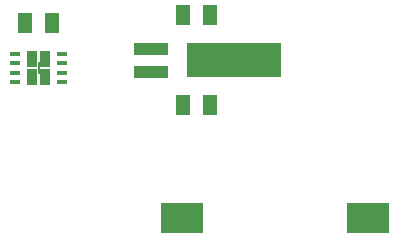
<source format=gbp>
G04 Layer_Color=128*
%FSLAX25Y25*%
%MOIN*%
G70*
G01*
G75*
%ADD11R,0.05000X0.06500*%
%ADD44R,0.11811X0.03937*%
%ADD45R,0.31496X0.11811*%
%ADD47R,0.03740X0.01378*%
%ADD48R,0.14410X0.10236*%
%ADD49R,0.13937X0.10236*%
%ADD91R,0.03504X0.05315*%
%ADD92R,0.00669X0.04213*%
D11*
X89500Y185000D02*
D03*
X80500D02*
D03*
X89500Y155000D02*
D03*
X80500D02*
D03*
X37000Y182500D02*
D03*
X28000D02*
D03*
D44*
X70000Y173937D02*
D03*
Y166063D02*
D03*
D45*
X97559Y170000D02*
D03*
D47*
X24626Y162776D02*
D03*
Y165925D02*
D03*
Y169075D02*
D03*
Y172224D02*
D03*
X40374Y162776D02*
D03*
Y165925D02*
D03*
Y169075D02*
D03*
Y172224D02*
D03*
D48*
X142303Y117500D02*
D03*
D49*
X80098D02*
D03*
D91*
X30354Y164449D02*
D03*
Y170551D02*
D03*
X34646Y164449D02*
D03*
Y170551D02*
D03*
D92*
X32500Y167500D02*
D03*
M02*

</source>
